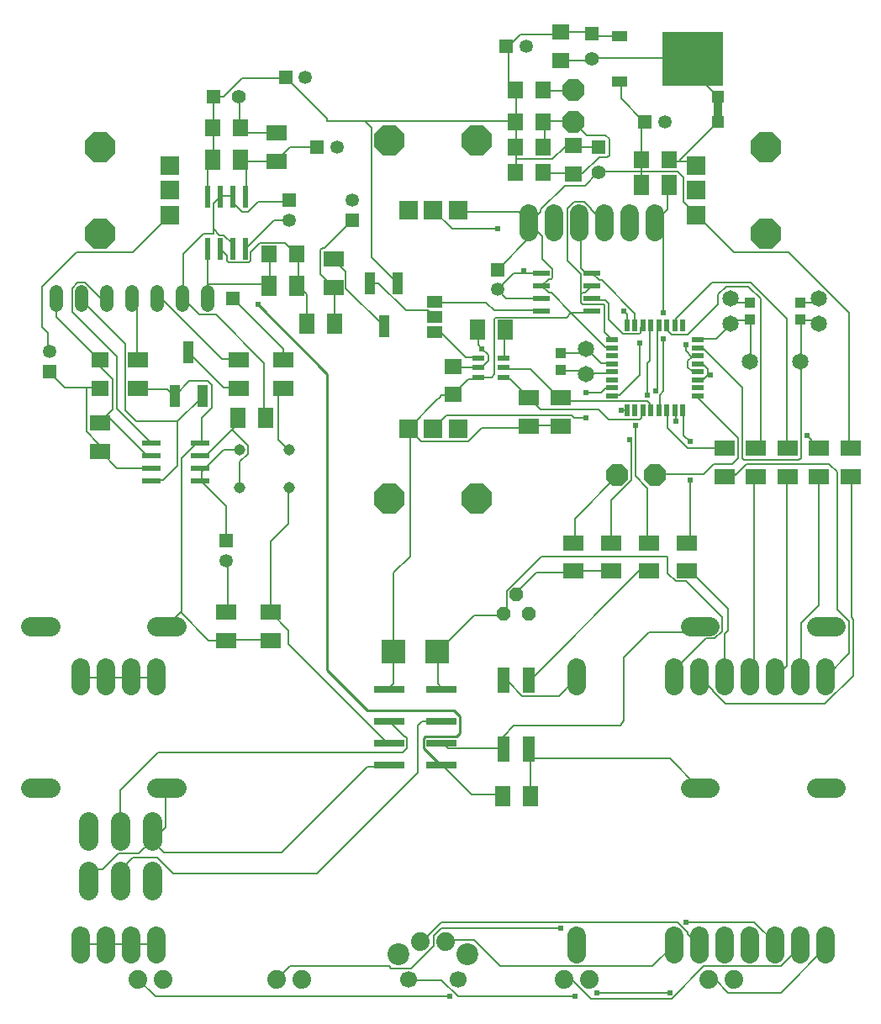
<source format=gbr>
G04 EAGLE Gerber X2 export*
%TF.Part,Single*%
%TF.FileFunction,Copper,L1,Top,Mixed*%
%TF.FilePolarity,Positive*%
%TF.GenerationSoftware,Autodesk,EAGLE,9.2.0*%
%TF.CreationDate,2018-10-30T13:38:44Z*%
G75*
%MOMM*%
%FSLAX34Y34*%
%LPD*%
%INTop Copper*%
%IPPOS*%
%AMOC8*
5,1,8,0,0,1.08239X$1,22.5*%
G01*
%ADD10R,1.350000X1.350000*%
%ADD11C,1.350000*%
%ADD12R,1.000000X1.100000*%
%ADD13C,1.651000*%
%ADD14R,1.800000X1.600000*%
%ADD15C,1.143000*%
%ADD16R,1.600000X1.800000*%
%ADD17C,1.408000*%
%ADD18R,1.408000X1.408000*%
%ADD19R,0.609600X2.209800*%
%ADD20C,1.879600*%
%ADD21R,1.600000X2.000000*%
%ADD22R,2.000000X1.600000*%
%ADD23R,1.066800X2.184400*%
%ADD24R,1.879600X1.879600*%
%ADD25P,3.247170X8X22.500000*%
%ADD26R,1.320800X1.320800*%
%ADD27C,1.320800*%
%ADD28R,1.981200X0.558800*%
%ADD29R,1.270000X0.558800*%
%ADD30R,0.558800X1.270000*%
%ADD31R,1.200000X0.550000*%
%ADD32P,3.247170X8X112.500000*%
%ADD33P,3.247170X8X202.500000*%
%ADD34P,3.247170X8X292.500000*%
%ADD35R,3.100000X0.800000*%
%ADD36R,1.270000X2.540000*%
%ADD37C,1.950000*%
%ADD38R,1.600000X1.000000*%
%ADD39R,6.200000X5.400000*%
%ADD40P,2.336880X8X22.500000*%
%ADD41R,2.400000X2.400000*%
%ADD42R,1.270000X1.270000*%
%ADD43C,0.812800*%
%ADD44C,2.200000*%
%ADD45C,1.700000*%
%ADD46C,1.879600*%
%ADD47P,1.429621X8X22.500000*%
%ADD48R,1.720000X0.600000*%
%ADD49R,1.600200X1.168400*%
%ADD50C,0.203200*%
%ADD51C,0.604800*%
%ADD52C,0.254000*%


D10*
X88900Y637700D03*
D11*
X88900Y657700D03*
D10*
X393700Y790100D03*
D11*
X393700Y810100D03*
D10*
X330200Y810100D03*
D11*
X330200Y790100D03*
D12*
X844550Y707000D03*
X844550Y690000D03*
X793750Y707000D03*
X793750Y690000D03*
D13*
X628650Y635000D03*
X628650Y660400D03*
D10*
X358300Y863600D03*
D11*
X378300Y863600D03*
D14*
X139700Y649000D03*
X139700Y621000D03*
D15*
X329800Y520700D03*
X279800Y520700D03*
D10*
X326550Y933450D03*
D11*
X346550Y933450D03*
D16*
X280700Y882650D03*
X252700Y882650D03*
X309850Y755650D03*
X337850Y755650D03*
D17*
X279400Y914400D03*
D18*
X254000Y914400D03*
D19*
X247650Y761238D03*
X260350Y761238D03*
X273050Y761238D03*
X285750Y761238D03*
X285750Y813562D03*
X273050Y813562D03*
X260350Y813562D03*
X247650Y813562D03*
D20*
X571500Y796798D02*
X571500Y778002D01*
X596900Y778002D02*
X596900Y796798D01*
X622300Y796798D02*
X622300Y778002D01*
X647700Y778002D02*
X647700Y796798D01*
X673100Y796798D02*
X673100Y778002D01*
X698500Y778002D02*
X698500Y796798D01*
D21*
X252700Y850900D03*
X280700Y850900D03*
X309850Y723900D03*
X337850Y723900D03*
X347950Y685800D03*
X375950Y685800D03*
D22*
X374650Y750600D03*
X374650Y722600D03*
D23*
X439450Y726850D03*
X425450Y682850D03*
X411450Y726850D03*
D21*
X712500Y825500D03*
X684500Y825500D03*
D22*
X317500Y877600D03*
X317500Y849600D03*
X177800Y621000D03*
X177800Y649000D03*
D21*
X278100Y590550D03*
X306100Y590550D03*
D22*
X311150Y395000D03*
X311150Y367000D03*
X139700Y557500D03*
X139700Y585500D03*
X323850Y649000D03*
X323850Y621000D03*
X279400Y649000D03*
X279400Y621000D03*
D23*
X214600Y613000D03*
X228600Y657000D03*
X242600Y613000D03*
D24*
X210000Y845000D03*
X210000Y820000D03*
X210000Y795000D03*
D25*
X140000Y864000D03*
X140000Y776000D03*
D26*
X273050Y711200D03*
D27*
X247650Y717804D02*
X247650Y704596D01*
X222250Y704596D02*
X222250Y717804D01*
X196850Y717804D02*
X196850Y704596D01*
X171450Y704596D02*
X171450Y717804D01*
X146050Y717804D02*
X146050Y704596D01*
X120650Y704596D02*
X120650Y717804D01*
X95250Y717804D02*
X95250Y704596D01*
D28*
X240538Y527050D03*
X240538Y539750D03*
X240538Y552450D03*
X240538Y565150D03*
X191262Y565150D03*
X191262Y552450D03*
X191262Y539750D03*
X191262Y527050D03*
D29*
X741426Y613350D03*
X741426Y621350D03*
X741426Y629350D03*
X741426Y637350D03*
X741426Y645350D03*
X741426Y653350D03*
X741426Y661350D03*
X741426Y669350D03*
D30*
X726500Y684276D03*
X718500Y684276D03*
X710500Y684276D03*
X702500Y684276D03*
X694500Y684276D03*
X686500Y684276D03*
X678500Y684276D03*
X670500Y684276D03*
D29*
X655574Y669350D03*
X655574Y661350D03*
X655574Y653350D03*
X655574Y645350D03*
X655574Y637350D03*
X655574Y629350D03*
X655574Y621350D03*
X655574Y613350D03*
D30*
X670500Y598424D03*
X678500Y598424D03*
X686500Y598424D03*
X694500Y598424D03*
X702500Y598424D03*
X710500Y598424D03*
X718500Y598424D03*
X726500Y598424D03*
D13*
X793750Y647700D03*
X844550Y647700D03*
D31*
X546401Y631850D03*
X546401Y641350D03*
X546401Y650850D03*
X520399Y650850D03*
X520399Y631850D03*
X520399Y641350D03*
D14*
X495300Y614650D03*
X495300Y642650D03*
D22*
X571500Y582900D03*
X571500Y610900D03*
X603250Y582900D03*
X603250Y610900D03*
X800100Y532100D03*
X800100Y560100D03*
X831850Y532100D03*
X831850Y560100D03*
X863600Y532100D03*
X863600Y560100D03*
X768350Y532100D03*
X768350Y560100D03*
D24*
X450000Y580000D03*
X475000Y580000D03*
X500000Y580000D03*
D32*
X431000Y510000D03*
X519000Y510000D03*
D24*
X740000Y795000D03*
X740000Y820000D03*
X740000Y845000D03*
D33*
X810000Y776000D03*
X810000Y864000D03*
D24*
X500000Y800000D03*
X475000Y800000D03*
X450000Y800000D03*
D34*
X519000Y870000D03*
X431000Y870000D03*
D22*
X266700Y367000D03*
X266700Y395000D03*
X895350Y532100D03*
X895350Y560100D03*
D35*
X430700Y317400D03*
X430700Y285400D03*
X430700Y263400D03*
X430700Y241400D03*
X483700Y317400D03*
X483700Y285400D03*
X483700Y263400D03*
X483700Y241400D03*
D36*
X571500Y327100D03*
X546100Y327100D03*
X546100Y257100D03*
X571500Y257100D03*
D22*
X615950Y464850D03*
X615950Y436850D03*
X654050Y436850D03*
X654050Y464850D03*
X692150Y436850D03*
X692150Y464850D03*
D37*
X89250Y218850D02*
X69750Y218850D01*
X69750Y381150D02*
X89250Y381150D01*
X196750Y218850D02*
X216250Y218850D01*
X216250Y381150D02*
X196750Y381150D01*
X860950Y381150D02*
X880450Y381150D01*
X880450Y218850D02*
X860950Y218850D01*
X753450Y381150D02*
X733950Y381150D01*
X733950Y218850D02*
X753450Y218850D01*
D16*
X684500Y850900D03*
X712500Y850900D03*
D10*
X688500Y889000D03*
D11*
X708500Y889000D03*
D10*
X548800Y965200D03*
D11*
X568800Y965200D03*
D14*
X603250Y979200D03*
X603250Y951200D03*
D17*
X641350Y838200D03*
D18*
X641350Y863600D03*
D17*
X635000Y952500D03*
D18*
X635000Y977900D03*
D38*
X663200Y975300D03*
X663200Y929700D03*
D39*
X736200Y952500D03*
D10*
X266700Y467200D03*
D11*
X266700Y447200D03*
D21*
X544800Y209550D03*
X572800Y209550D03*
D15*
X329800Y558800D03*
X279800Y558800D03*
D16*
X557500Y889000D03*
X585500Y889000D03*
X557500Y863600D03*
X585500Y863600D03*
X557500Y838200D03*
X585500Y838200D03*
D14*
X615950Y864900D03*
X615950Y836900D03*
D40*
X660400Y533400D03*
X698500Y533400D03*
D20*
X870000Y339398D02*
X870000Y320602D01*
X844600Y320602D02*
X844600Y339398D01*
X819200Y339398D02*
X819200Y320602D01*
X793800Y320602D02*
X793800Y339398D01*
X768400Y339398D02*
X768400Y320602D01*
X743000Y320602D02*
X743000Y339398D01*
X717600Y339398D02*
X717600Y320602D01*
D40*
X615950Y920750D03*
X615950Y889000D03*
D41*
X435200Y355600D03*
X479200Y355600D03*
D42*
X762000Y914400D03*
X762000Y889000D03*
D43*
X762000Y914400D01*
D37*
X128000Y135000D02*
X128000Y115500D01*
X160000Y115500D02*
X160000Y135000D01*
X192000Y135000D02*
X192000Y115500D01*
X192000Y165000D02*
X192000Y184500D01*
X160000Y184500D02*
X160000Y165000D01*
X128000Y165000D02*
X128000Y184500D01*
D44*
X440000Y50400D03*
X510000Y50400D03*
D45*
X450000Y25400D03*
X500000Y25400D03*
D46*
X177800Y25400D03*
X203200Y25400D03*
X317500Y25400D03*
X342900Y25400D03*
X607300Y25400D03*
X632700Y25400D03*
X752300Y25400D03*
X777700Y25400D03*
D20*
X870000Y50602D02*
X870000Y69398D01*
X844600Y69398D02*
X844600Y50602D01*
X819200Y50602D02*
X819200Y69398D01*
X793800Y69398D02*
X793800Y50602D01*
X768400Y50602D02*
X768400Y69398D01*
X743000Y69398D02*
X743000Y50602D01*
X717600Y50602D02*
X717600Y69398D01*
D22*
X730250Y436850D03*
X730250Y464850D03*
D20*
X120000Y339398D02*
X120000Y320602D01*
X145400Y320602D02*
X145400Y339398D01*
X170800Y339398D02*
X170800Y320602D01*
X196200Y320602D02*
X196200Y339398D01*
X120000Y69398D02*
X120000Y50602D01*
X145400Y50602D02*
X145400Y69398D01*
X170800Y69398D02*
X170800Y50602D01*
X196200Y50602D02*
X196200Y69398D01*
D46*
X462300Y63500D03*
X487700Y63500D03*
D20*
X620000Y69398D02*
X620000Y50602D01*
X620000Y320602D02*
X620000Y339398D01*
D16*
X585500Y920750D03*
X557500Y920750D03*
D47*
X571500Y393700D03*
X558800Y412750D03*
X546100Y393700D03*
D13*
X774700Y711200D03*
X774700Y685800D03*
X863600Y711200D03*
X863600Y685800D03*
D21*
X547400Y679450D03*
X519400Y679450D03*
D12*
X603250Y639200D03*
X603250Y656200D03*
D48*
X635000Y698500D03*
X635000Y711200D03*
X635000Y723900D03*
X635000Y736600D03*
X584200Y736600D03*
X584200Y723900D03*
X584200Y711200D03*
X584200Y698500D03*
D10*
X539750Y740250D03*
D11*
X539750Y720250D03*
D49*
X476250Y676910D03*
X476250Y692150D03*
X476250Y707390D03*
D50*
X286512Y849376D02*
X282448Y849376D01*
X286512Y849376D02*
X316992Y849376D01*
X317500Y849600D01*
X282448Y849376D02*
X280700Y850900D01*
X286512Y849376D02*
X286512Y814832D01*
X285750Y813562D01*
X286512Y849376D02*
X280700Y850900D01*
X331216Y863600D02*
X357632Y863600D01*
X331216Y863600D02*
X319024Y851408D01*
X357632Y863600D02*
X358300Y863600D01*
X319024Y851408D02*
X317500Y849600D01*
X203200Y528320D02*
X193040Y528320D01*
X203200Y528320D02*
X217424Y542544D01*
X217424Y587248D01*
X241808Y611632D01*
X193040Y528320D02*
X191262Y527050D01*
X241808Y611632D02*
X242600Y613000D01*
X164592Y665226D02*
X120650Y709168D01*
X120650Y711200D01*
X164592Y665226D02*
X164592Y598932D01*
X176276Y587248D01*
X217424Y587248D01*
X638048Y975360D02*
X662432Y975360D01*
X638048Y975360D02*
X636016Y977392D01*
X662432Y975360D02*
X663200Y975300D01*
X636016Y977392D02*
X635000Y977900D01*
X633984Y979424D02*
X603504Y979424D01*
X603250Y979200D01*
X633984Y979424D02*
X635000Y977900D01*
X640080Y863600D02*
X617728Y863600D01*
X615950Y864900D01*
X640080Y863600D02*
X641350Y863600D01*
X558800Y863600D02*
X558800Y851408D01*
X558800Y839216D01*
X557500Y838200D01*
X557500Y863600D02*
X558800Y863600D01*
X558800Y887984D01*
X557500Y889000D01*
X557500Y863600D02*
X558800Y863600D01*
X558800Y890016D02*
X558800Y920496D01*
X557500Y920750D01*
X558800Y890016D02*
X557500Y889000D01*
X550672Y928624D02*
X550672Y965200D01*
X550672Y928624D02*
X556768Y922528D01*
X550672Y965200D02*
X548800Y965200D01*
X556768Y922528D02*
X557500Y920750D01*
X607568Y863600D02*
X615696Y863600D01*
X607568Y863600D02*
X595376Y851408D01*
X558800Y851408D01*
X615696Y863600D02*
X615950Y864900D01*
X601472Y977392D02*
X562864Y977392D01*
X550672Y965200D01*
X601472Y977392D02*
X603250Y979200D01*
X550672Y965200D02*
X548800Y965200D01*
X254000Y914400D02*
X254000Y883920D01*
X252700Y882650D01*
X254000Y881888D02*
X254000Y851408D01*
X252700Y850900D01*
X254000Y881888D02*
X252700Y882650D01*
X247904Y845312D02*
X247904Y814832D01*
X247904Y845312D02*
X251968Y849376D01*
X247904Y814832D02*
X247650Y813562D01*
X251968Y849376D02*
X252700Y850900D01*
X367792Y890016D02*
X367792Y892048D01*
X327152Y932688D01*
X326550Y933450D01*
X264160Y914400D02*
X254000Y914400D01*
X264160Y914400D02*
X282448Y932688D01*
X325120Y932688D01*
X326550Y933450D01*
X367792Y890016D02*
X406400Y890016D01*
X556768Y890016D01*
X557500Y889000D01*
X413460Y882956D02*
X406400Y890016D01*
X413460Y752840D02*
X439450Y726850D01*
X413460Y752840D02*
X413460Y882956D01*
X245872Y552704D02*
X241808Y552704D01*
X272288Y579120D02*
X276352Y583184D01*
X272288Y579120D02*
X245872Y552704D01*
X276352Y583184D02*
X276352Y589280D01*
X241808Y552704D02*
X240538Y552450D01*
X276352Y589280D02*
X278100Y590550D01*
X280416Y546608D02*
X280416Y522224D01*
X280416Y546608D02*
X288544Y554736D01*
X288544Y562864D01*
X272288Y579120D01*
X280416Y522224D02*
X279800Y520700D01*
X241808Y536448D02*
X241808Y538480D01*
X241808Y536448D02*
X241808Y528320D01*
X240538Y527050D01*
X241808Y538480D02*
X240538Y539750D01*
X264160Y558800D02*
X278384Y558800D01*
X264160Y558800D02*
X241808Y536448D01*
X278384Y558800D02*
X279800Y558800D01*
X266192Y501904D02*
X266192Y467360D01*
X266192Y501904D02*
X241808Y526288D01*
X266192Y467360D02*
X266700Y467200D01*
X241808Y526288D02*
X240538Y527050D01*
X319024Y568960D02*
X319024Y617073D01*
X319024Y568960D02*
X329184Y558800D01*
X319024Y617073D02*
X323850Y621000D01*
X329184Y558800D02*
X329800Y558800D01*
X323850Y649000D02*
X323850Y660400D01*
X273050Y711200D01*
X278384Y650240D02*
X262128Y650240D01*
X201168Y711200D01*
X197104Y711200D01*
X278384Y650240D02*
X279400Y649000D01*
X197104Y711200D02*
X196850Y711200D01*
X264160Y621792D02*
X278384Y621792D01*
X264160Y621792D02*
X229616Y656336D01*
X278384Y621792D02*
X279400Y621000D01*
X229616Y656336D02*
X228600Y657000D01*
X339344Y725424D02*
X339344Y753872D01*
X337850Y755650D01*
X339344Y725424D02*
X337850Y723900D01*
X347472Y715264D02*
X347472Y686816D01*
X347472Y715264D02*
X339344Y723392D01*
X347472Y686816D02*
X347950Y685800D01*
X339344Y723392D02*
X337850Y723900D01*
X291338Y749137D02*
X289850Y747649D01*
X291338Y749137D02*
X291338Y757730D01*
X300798Y767190D01*
X326026Y767190D01*
X339344Y753872D01*
X268950Y747649D02*
X267462Y749137D01*
X267462Y754126D01*
X260350Y761238D01*
X268950Y747649D02*
X289850Y747649D01*
X375920Y721360D02*
X375920Y686816D01*
X375920Y721360D02*
X374650Y722600D01*
X375920Y686816D02*
X375950Y685800D01*
X365760Y762000D02*
X392176Y788416D01*
X365760Y762000D02*
X363728Y762000D01*
X361696Y759968D01*
X361696Y735584D01*
X373888Y723392D01*
X392176Y788416D02*
X393700Y790100D01*
X373888Y723392D02*
X374650Y722600D01*
X176784Y707136D02*
X176784Y650240D01*
X176784Y707136D02*
X172720Y711200D01*
X176784Y650240D02*
X177800Y649000D01*
X172720Y711200D02*
X171450Y711200D01*
X140208Y648208D02*
X140208Y642112D01*
X152400Y629920D01*
X152400Y599440D01*
X146304Y593344D02*
X140208Y587248D01*
X146304Y593344D02*
X152400Y599440D01*
X140208Y648208D02*
X139700Y649000D01*
X140208Y587248D02*
X139700Y585500D01*
X186944Y552704D02*
X191008Y552704D01*
X186944Y552704D02*
X146304Y593344D01*
X191008Y552704D02*
X191262Y552450D01*
X146304Y593344D02*
X139700Y585500D01*
X95504Y692912D02*
X95504Y711200D01*
X95504Y692912D02*
X138176Y650240D01*
X95504Y711200D02*
X95250Y711200D01*
X138176Y650240D02*
X139700Y649000D01*
X156464Y540512D02*
X191008Y540512D01*
X156464Y540512D02*
X140208Y556768D01*
X191008Y540512D02*
X191262Y539750D01*
X140208Y556768D02*
X139700Y557500D01*
X125984Y621792D02*
X103632Y621792D01*
X125984Y621792D02*
X138176Y621792D01*
X103632Y621792D02*
X89408Y636016D01*
X138176Y621792D02*
X139700Y621000D01*
X89408Y636016D02*
X88900Y637700D01*
X138176Y564896D02*
X138176Y558800D01*
X138176Y564896D02*
X125984Y577088D01*
X125984Y621792D01*
X138176Y558800D02*
X139700Y557500D01*
X387190Y721110D02*
X425450Y682850D01*
X387190Y721110D02*
X387190Y738060D01*
X374650Y750600D01*
X469392Y699008D02*
X476250Y692150D01*
X419602Y726850D02*
X411450Y726850D01*
X447444Y699008D02*
X469392Y699008D01*
X447444Y699008D02*
X419602Y726850D01*
X778256Y688848D02*
X792480Y688848D01*
X778256Y688848D02*
X776224Y686816D01*
X792480Y688848D02*
X793750Y690000D01*
X776224Y686816D02*
X774700Y685800D01*
X759968Y670560D02*
X741680Y670560D01*
X759968Y670560D02*
X774192Y684784D01*
X741680Y670560D02*
X741426Y669350D01*
X774192Y684784D02*
X774700Y685800D01*
X794512Y688848D02*
X794512Y648208D01*
X793750Y647700D01*
X794512Y688848D02*
X793750Y690000D01*
X845312Y688848D02*
X861568Y688848D01*
X863600Y686816D01*
X845312Y688848D02*
X844550Y690000D01*
X863600Y686816D02*
X863600Y685800D01*
X747776Y660400D02*
X741680Y660400D01*
X747776Y660400D02*
X786384Y621792D01*
X786384Y550672D01*
X788416Y548640D01*
X843280Y548640D01*
X845312Y550672D01*
X845312Y646176D01*
X741680Y660400D02*
X741426Y661350D01*
X844550Y647700D02*
X845312Y646176D01*
X845312Y648208D02*
X845312Y688848D01*
X844550Y690000D01*
X845312Y648208D02*
X844550Y647700D01*
X623824Y656336D02*
X603504Y656336D01*
X623824Y656336D02*
X627888Y660400D01*
X603504Y656336D02*
X603250Y656200D01*
X627888Y660400D02*
X628650Y660400D01*
X644144Y646176D02*
X654304Y646176D01*
X644144Y646176D02*
X629920Y660400D01*
X654304Y646176D02*
X655574Y645350D01*
X629920Y660400D02*
X628650Y660400D01*
X647700Y677224D02*
X655574Y669350D01*
X647700Y677224D02*
X647700Y704850D01*
X646890Y705660D01*
X625348Y705660D01*
X623860Y707148D01*
X623860Y715252D01*
X625348Y716740D01*
X627840Y716740D01*
X635000Y723900D01*
X623860Y715252D02*
X623860Y735897D01*
X610362Y749395D01*
X610362Y801743D02*
X617355Y808736D01*
X627245Y808736D01*
X634238Y801743D01*
X634238Y800862D01*
X647700Y787400D01*
X610362Y801743D02*
X610362Y749395D01*
D51*
X666750Y698500D03*
D50*
X670500Y694750D02*
X670500Y684276D01*
X670500Y694750D02*
X666750Y698500D01*
X633984Y735584D02*
X629920Y735584D01*
X633984Y735584D02*
X635000Y736600D01*
X623824Y741680D02*
X623824Y786384D01*
X623824Y741680D02*
X629920Y735584D01*
X623824Y786384D02*
X622300Y787400D01*
X635000Y736600D02*
X629920Y735584D01*
X635000Y736600D02*
X642160Y729440D01*
X644652Y729440D01*
X678500Y695592D01*
X678500Y684276D01*
X703072Y613664D02*
X703072Y599440D01*
X703072Y613664D02*
X707136Y617728D01*
X707136Y670560D01*
X707136Y696976D02*
X707136Y778256D01*
X699008Y786384D01*
X703072Y599440D02*
X702500Y598424D01*
X699008Y786384D02*
X698500Y787400D01*
X711200Y800608D02*
X711200Y824992D01*
X711200Y800608D02*
X699008Y788416D01*
X711200Y824992D02*
X712500Y825500D01*
X699008Y788416D02*
X698500Y787400D01*
D51*
X707136Y670560D03*
X707136Y696976D03*
D50*
X552704Y629920D02*
X546608Y629920D01*
X552704Y629920D02*
X570992Y611632D01*
X546608Y629920D02*
X546401Y631850D01*
X570992Y611632D02*
X571500Y610900D01*
X684784Y597408D02*
X684784Y591312D01*
X682752Y589280D01*
X651510Y589280D01*
X641350Y599440D01*
X583184Y599440D01*
X573024Y609600D01*
X684784Y597408D02*
X686500Y598424D01*
X573024Y609600D02*
X571500Y610900D01*
X573024Y640080D02*
X546608Y640080D01*
X573024Y640080D02*
X601472Y611632D01*
X546608Y640080D02*
X546401Y641350D01*
X601472Y611632D02*
X603250Y610900D01*
X692912Y605536D02*
X692912Y599440D01*
X692912Y605536D02*
X690880Y607568D01*
X605536Y607568D01*
X603504Y609600D01*
X692912Y599440D02*
X694500Y598424D01*
X603504Y609600D02*
X603250Y610900D01*
X711200Y597408D02*
X711200Y581152D01*
X731520Y560832D01*
X768096Y560832D01*
X711200Y597408D02*
X710500Y598424D01*
X768096Y560832D02*
X768350Y560100D01*
X719328Y587248D02*
X719328Y597408D01*
X851408Y573024D02*
X863600Y560832D01*
X719328Y597408D02*
X718500Y598424D01*
X863600Y560832D02*
X863600Y560100D01*
D51*
X719328Y587248D03*
X851408Y573024D03*
D50*
X719328Y684784D02*
X718500Y684276D01*
X831088Y560832D02*
X831850Y560100D01*
X719328Y684784D02*
X719328Y690880D01*
X755904Y727456D01*
X794512Y727456D01*
X831088Y690880D01*
X831088Y560832D01*
X719328Y684784D02*
X718500Y684276D01*
X831088Y560832D02*
X831850Y560100D01*
X711200Y682752D02*
X710500Y684276D01*
X711200Y682752D02*
X711200Y678688D01*
X715264Y674624D01*
X731520Y674624D01*
X762000Y705104D01*
X762000Y715264D01*
X770128Y723392D01*
X792480Y723392D01*
X804672Y711200D01*
X711200Y682752D02*
X710500Y684276D01*
X804672Y711200D02*
X804672Y564672D01*
X800100Y560100D01*
X628650Y590550D02*
X617192Y590550D01*
X614302Y593440D01*
X488440Y593440D01*
X475000Y580000D01*
X649224Y621350D02*
X655574Y621350D01*
X649224Y621350D02*
X643824Y615950D01*
X628650Y615950D01*
D51*
X628650Y615950D03*
X628650Y590550D03*
D50*
X656336Y613664D02*
X662432Y613664D01*
X683260Y634492D01*
X683260Y666242D01*
X656336Y613664D02*
X655574Y613350D01*
D51*
X683260Y666242D03*
D50*
X493950Y781050D02*
X475000Y800000D01*
X493950Y781050D02*
X539750Y781050D01*
D51*
X539750Y781050D03*
X664150Y598424D03*
D50*
X670500Y598424D01*
X434848Y355600D02*
X434848Y323088D01*
X430784Y319024D01*
X434848Y355600D02*
X435200Y355600D01*
X430784Y319024D02*
X430700Y317400D01*
X573024Y583184D02*
X601472Y583184D01*
X573024Y583184D02*
X571500Y582900D01*
X601472Y583184D02*
X603250Y582900D01*
X520192Y629920D02*
X510032Y629920D01*
X495808Y615696D01*
X520192Y629920D02*
X520399Y631850D01*
X495808Y615696D02*
X495300Y614650D01*
X493776Y613664D02*
X483616Y613664D01*
X478409Y608457D02*
X451104Y581152D01*
X478409Y608457D02*
X481584Y611632D01*
X483616Y613664D01*
X493776Y613664D02*
X495300Y614650D01*
X451104Y581152D02*
X450000Y580000D01*
X524256Y581152D02*
X570992Y581152D01*
X524256Y581152D02*
X510032Y566928D01*
X463296Y566928D01*
X451612Y578612D02*
X451104Y579120D01*
X451612Y578612D02*
X463296Y566928D01*
X570992Y581152D02*
X571500Y582900D01*
X451104Y579120D02*
X450000Y580000D01*
X434848Y434848D02*
X434848Y355600D01*
X435200Y355600D01*
X648208Y662432D02*
X654304Y662432D01*
X648208Y662432D02*
X614045Y696595D01*
X654304Y662432D02*
X655574Y661350D01*
X560832Y798576D02*
X501904Y798576D01*
X560832Y798576D02*
X570992Y788416D01*
X501904Y798576D02*
X500000Y800000D01*
X570992Y788416D02*
X571500Y787400D01*
X684784Y827024D02*
X684784Y839216D01*
X684784Y849376D01*
X684500Y850900D01*
X684784Y827024D02*
X684500Y825500D01*
X664464Y912368D02*
X664464Y928624D01*
X664464Y912368D02*
X686816Y890016D01*
X664464Y928624D02*
X663200Y929700D01*
X686816Y890016D02*
X688500Y889000D01*
X684784Y885952D02*
X684784Y851408D01*
X684784Y885952D02*
X686816Y887984D01*
X684784Y851408D02*
X684500Y850900D01*
X686816Y887984D02*
X688500Y889000D01*
X684784Y839216D02*
X642112Y839216D01*
X641350Y838200D01*
X735584Y638048D02*
X739648Y638048D01*
X735584Y638048D02*
X731520Y642112D01*
X731520Y648208D01*
X735584Y652272D01*
X739648Y652272D01*
X739648Y638048D02*
X741426Y637350D01*
X739648Y652272D02*
X741426Y653350D01*
X735584Y652272D02*
X729488Y658368D01*
X729488Y664464D01*
X735584Y652272D02*
X741426Y653350D01*
X894080Y696976D02*
X894080Y560832D01*
X894080Y696976D02*
X833120Y757936D01*
X778256Y757936D01*
X741680Y794512D01*
X894080Y560832D02*
X895350Y560100D01*
X741680Y794512D02*
X740000Y795000D01*
X721360Y839216D02*
X684784Y839216D01*
X721360Y839216D02*
X727456Y833120D01*
X727456Y808736D01*
X739648Y796544D01*
X740000Y795000D01*
X583184Y798576D02*
X573024Y788416D01*
X583184Y798576D02*
X583184Y800608D01*
X607568Y824992D01*
X627888Y824992D01*
X640080Y837184D01*
X573024Y788416D02*
X571500Y787400D01*
X640080Y837184D02*
X641350Y838200D01*
D51*
X729488Y664464D03*
D50*
X451612Y451612D02*
X434848Y434848D01*
X451612Y451612D02*
X451612Y578612D01*
X536860Y690502D02*
X538348Y691990D01*
X534059Y631850D02*
X520399Y631850D01*
X609440Y691990D02*
X614045Y696595D01*
X609440Y691990D02*
X538348Y691990D01*
X536860Y634651D02*
X534059Y631850D01*
X536860Y634651D02*
X536860Y690502D01*
X584200Y723900D02*
X591360Y731060D01*
X593852Y731060D01*
X584200Y723900D02*
X591360Y716740D01*
X593852Y716740D01*
X613997Y696595D02*
X614045Y696595D01*
X613997Y696595D02*
X593852Y716740D01*
X539750Y740250D02*
X573024Y773524D01*
X573024Y788416D01*
X571500Y787400D02*
X584962Y773938D01*
X595340Y740652D02*
X595340Y732548D01*
X593852Y731060D01*
X584962Y751030D02*
X584962Y773938D01*
X584962Y751030D02*
X595340Y740652D01*
X613997Y696595D02*
X633095Y696595D01*
X635000Y698500D01*
X701040Y682752D02*
X701040Y619760D01*
X699008Y617728D01*
X701040Y682752D02*
X702500Y684276D01*
D51*
X699008Y617728D03*
D50*
X654304Y508000D02*
X654304Y465328D01*
X654304Y508000D02*
X674624Y528320D01*
X674624Y566928D01*
X672592Y568960D01*
X654304Y465328D02*
X654050Y464850D01*
D51*
X672592Y568960D03*
D50*
X692912Y648208D02*
X692912Y682752D01*
X692912Y648208D02*
X690880Y646176D01*
X690880Y613664D01*
X692912Y682752D02*
X694500Y684276D01*
D51*
X690880Y613664D03*
D50*
X690880Y520192D02*
X690880Y465328D01*
X690880Y520192D02*
X678688Y532384D01*
X678688Y583184D01*
X690880Y465328D02*
X692150Y464850D01*
D51*
X678688Y583184D03*
D50*
X730250Y436850D02*
X734344Y436850D01*
X768400Y372972D02*
X768400Y330000D01*
X768400Y372972D02*
X772414Y376986D01*
X772414Y398780D01*
X734344Y436850D01*
X730250Y436850D01*
X782320Y570992D02*
X741680Y611632D01*
X782320Y570992D02*
X782320Y550672D01*
X776224Y544576D01*
X741680Y611632D02*
X741426Y613350D01*
X747776Y534416D02*
X699008Y534416D01*
X747776Y534416D02*
X757936Y544576D01*
X776224Y544576D01*
X699008Y534416D02*
X698500Y533400D01*
X329800Y520700D02*
X329184Y520192D01*
X329184Y484124D01*
X311150Y395000D02*
X329184Y376966D01*
X329184Y363474D01*
X429258Y263400D01*
X430700Y263400D01*
X311150Y395000D02*
X311150Y466090D01*
X329184Y484124D01*
X514096Y211328D02*
X544576Y211328D01*
X514096Y211328D02*
X485648Y239776D01*
D51*
X298450Y704850D03*
D52*
X408432Y296418D02*
X496133Y296418D01*
X408432Y296418D02*
X368300Y336550D01*
X368300Y603250D01*
X368300Y635000D02*
X298450Y704850D01*
X368300Y635000D02*
X368300Y603250D01*
X467043Y270194D02*
X465406Y268557D01*
X465406Y258243D01*
X467043Y256606D01*
X467394Y256606D01*
X482600Y241400D01*
X467043Y270194D02*
X498794Y270194D01*
X501994Y290557D02*
X496133Y296418D01*
X501994Y290557D02*
X501994Y273394D01*
X498794Y270194D01*
D50*
X544576Y209774D02*
X544800Y209550D01*
X544576Y209774D02*
X544576Y211328D01*
X483700Y241400D02*
X482600Y241400D01*
X483700Y241400D02*
X485324Y239776D01*
X485648Y239776D01*
X896112Y390144D02*
X896112Y530352D01*
X896112Y390144D02*
X898144Y388112D01*
X898144Y331216D01*
X869696Y302768D01*
X896112Y530352D02*
X895350Y532100D01*
X743000Y330000D02*
X756462Y316538D01*
X756462Y315657D01*
X769351Y302768D01*
X869696Y302768D01*
X479552Y323088D02*
X479552Y355600D01*
X479552Y323088D02*
X483616Y319024D01*
X479552Y355600D02*
X479200Y355600D01*
X483616Y319024D02*
X483700Y317400D01*
X479552Y355600D02*
X479200Y355600D01*
X516128Y392176D02*
X544576Y392176D01*
X516128Y392176D02*
X479552Y355600D01*
X544576Y392176D02*
X546100Y393700D01*
X479552Y355600D02*
X479200Y355600D01*
X549656Y397256D02*
X549656Y416538D01*
X583968Y450850D01*
X711200Y450850D01*
X719198Y426310D02*
X729390Y426310D01*
X711200Y434308D02*
X711200Y450850D01*
X711200Y434308D02*
X719198Y426310D01*
X717600Y336600D02*
X717600Y330000D01*
X758541Y368860D02*
X765740Y376059D01*
X758541Y368860D02*
X749860Y368860D01*
X717600Y336600D01*
X765740Y389960D02*
X729390Y426310D01*
X765740Y389960D02*
X765740Y376059D01*
X549656Y397256D02*
X546100Y393700D01*
X617728Y436880D02*
X652272Y436880D01*
X617728Y436880D02*
X615950Y436850D01*
X652272Y436880D02*
X654050Y436850D01*
X615696Y434848D02*
X579120Y434848D01*
X558800Y414528D01*
X615696Y434848D02*
X615950Y436850D01*
X558800Y414528D02*
X558800Y412750D01*
X571500Y327100D02*
X573024Y327152D01*
X571500Y327100D01*
X682722Y436850D02*
X692150Y436850D01*
X682722Y436850D02*
X573024Y327152D01*
X428752Y239776D02*
X412496Y239776D01*
X204216Y153416D02*
X193040Y164592D01*
X428752Y239776D02*
X430700Y241400D01*
X193040Y164592D02*
X192000Y165000D01*
X142240Y136144D02*
X128016Y136144D01*
X142240Y136144D02*
X158496Y152400D01*
X178816Y152400D01*
X191008Y164592D01*
X128016Y136144D02*
X128000Y135000D01*
X191008Y164592D02*
X192000Y165000D01*
X205232Y178816D02*
X205232Y217424D01*
X205232Y178816D02*
X193040Y166624D01*
X205232Y217424D02*
X206500Y218850D01*
X193040Y166624D02*
X192000Y165000D01*
X204216Y153416D02*
X322834Y153416D01*
X409194Y239776D02*
X412496Y239776D01*
X409194Y239776D02*
X322834Y153416D01*
X358140Y132080D02*
X459486Y233426D01*
X358140Y132080D02*
X213360Y132080D01*
X197104Y148336D01*
X172720Y148336D01*
X160528Y136144D01*
X160000Y135000D01*
X459486Y233426D02*
X459486Y280830D01*
X464056Y285400D01*
X483700Y285400D01*
X268224Y396240D02*
X268224Y447040D01*
X268224Y396240D02*
X266700Y395000D01*
X268224Y447040D02*
X266700Y447200D01*
X160000Y215900D02*
X160000Y165000D01*
X447252Y269940D02*
X448740Y268452D01*
X448740Y258348D01*
X446160Y269940D02*
X430700Y285400D01*
X446160Y269940D02*
X447252Y269940D01*
X448740Y258348D02*
X444392Y254000D01*
X198100Y254000D02*
X160000Y215900D01*
X198100Y254000D02*
X444392Y254000D01*
X489712Y258064D02*
X544576Y258064D01*
X489712Y258064D02*
X485648Y262128D01*
X544576Y258064D02*
X546100Y257100D01*
X485648Y262128D02*
X483700Y263400D01*
X741426Y379984D02*
X741680Y379984D01*
X741426Y379984D02*
X736092Y374650D01*
X692150Y374650D01*
X666750Y349250D01*
X666750Y285750D01*
X663339Y280670D01*
X556514Y280670D01*
X546100Y270256D01*
X546100Y257100D01*
X741680Y379984D02*
X743700Y381150D01*
X241808Y566928D02*
X241808Y591312D01*
X251968Y601472D01*
X251968Y603504D02*
X251968Y623824D01*
X251968Y603504D02*
X251968Y601472D01*
X251968Y623824D02*
X247904Y627888D01*
X229616Y627888D01*
X215392Y613664D01*
X241808Y566928D02*
X240538Y565150D01*
X214600Y613000D02*
X215392Y613664D01*
X207264Y619760D02*
X178816Y619760D01*
X207264Y619760D02*
X213360Y613664D01*
X178816Y619760D02*
X177800Y621000D01*
X213360Y613664D02*
X214600Y613000D01*
X573024Y256032D02*
X573024Y247904D01*
X573024Y211328D01*
X572800Y209550D01*
X573024Y256032D02*
X571500Y257100D01*
X520192Y642112D02*
X495808Y642112D01*
X520192Y642112D02*
X520399Y641350D01*
X495808Y642112D02*
X495300Y642650D01*
X520192Y664464D02*
X520192Y678688D01*
X524256Y660400D02*
X530352Y654304D01*
X524256Y660400D02*
X520192Y664464D01*
X530352Y654304D02*
X530352Y648208D01*
X522224Y640080D01*
X520192Y678688D02*
X519400Y679450D01*
X520399Y641350D02*
X522224Y640080D01*
X587248Y837184D02*
X615696Y837184D01*
X587248Y837184D02*
X585500Y838200D01*
X615696Y837184D02*
X615950Y836900D01*
X587248Y863600D02*
X587248Y887984D01*
X587248Y863600D02*
X585500Y863600D01*
X587248Y887984D02*
X585500Y889000D01*
X584200Y711200D02*
X583184Y711200D01*
X280416Y883920D02*
X280416Y914400D01*
X280416Y883920D02*
X280700Y882650D01*
X280416Y914400D02*
X279400Y914400D01*
X603504Y950976D02*
X633984Y950976D01*
X603504Y950976D02*
X603250Y951200D01*
X633984Y950976D02*
X635000Y952500D01*
X268224Y367792D02*
X266700Y367000D01*
X286512Y877824D02*
X316992Y877824D01*
X286512Y877824D02*
X282448Y881888D01*
X316992Y877824D02*
X317500Y877600D01*
X282448Y881888D02*
X280700Y882650D01*
X286512Y762000D02*
X285750Y761238D01*
X587248Y890016D02*
X615696Y890016D01*
X587248Y890016D02*
X585500Y889000D01*
X615696Y890016D02*
X615950Y889000D01*
X617728Y837184D02*
X625856Y837184D01*
X642112Y853440D01*
X650240Y853440D01*
X652272Y855472D01*
X652272Y871728D01*
X648208Y875792D01*
X629920Y875792D01*
X617728Y887984D01*
X617728Y837184D02*
X615950Y836900D01*
X617728Y887984D02*
X615950Y889000D01*
X493776Y644144D02*
X495300Y642650D01*
X573024Y247904D02*
X713232Y247904D01*
X741680Y219456D01*
X573024Y247904D02*
X571500Y257100D01*
X741680Y219456D02*
X743700Y218850D01*
X735584Y953008D02*
X636016Y953008D01*
X735584Y953008D02*
X736200Y952500D01*
X636016Y953008D02*
X635000Y952500D01*
X239776Y564896D02*
X235712Y564896D01*
X221488Y550672D01*
X221488Y396240D01*
X220599Y395351D02*
X207264Y382016D01*
X220599Y395351D02*
X221488Y396240D01*
X239776Y564896D02*
X240538Y565150D01*
X207264Y382016D02*
X206500Y381150D01*
D51*
X566166Y739394D03*
D50*
X266700Y367000D02*
X248950Y367000D01*
X220599Y395351D01*
X302200Y367000D02*
X311150Y367000D01*
X310358Y367792D01*
X268224Y367792D01*
X285750Y761238D02*
X314612Y790100D01*
X330200Y790100D01*
X735584Y940816D02*
X762000Y914400D01*
X735584Y940816D02*
X735584Y953008D01*
D51*
X524256Y660400D03*
D50*
X556100Y736600D02*
X584200Y736600D01*
X556100Y736600D02*
X539750Y720250D01*
X548800Y711200D02*
X584200Y711200D01*
X548800Y711200D02*
X539750Y720250D01*
X741680Y629920D02*
X747776Y629920D01*
X751840Y633984D01*
X751840Y640080D01*
X747776Y644144D01*
X741680Y644144D01*
X741680Y629920D02*
X741426Y629350D01*
X741680Y644144D02*
X741426Y645350D01*
X625856Y638048D02*
X603504Y638048D01*
X625856Y638048D02*
X627888Y636016D01*
X603504Y638048D02*
X603250Y639200D01*
X627888Y636016D02*
X628650Y635000D01*
X780288Y707136D02*
X792480Y707136D01*
X780288Y707136D02*
X776224Y711200D01*
X792480Y707136D02*
X793750Y707000D01*
X776224Y711200D02*
X774700Y711200D01*
X845312Y707136D02*
X859536Y707136D01*
X863600Y711200D01*
X845312Y707136D02*
X844550Y707000D01*
X654304Y636016D02*
X629920Y636016D01*
X654304Y636016D02*
X655574Y637350D01*
X629920Y636016D02*
X628650Y635000D01*
X723900Y849376D02*
X735584Y849376D01*
X723900Y849376D02*
X713232Y849376D01*
X735584Y849376D02*
X739648Y845312D01*
X713232Y849376D02*
X712500Y850900D01*
X739648Y845312D02*
X740000Y845000D01*
X751840Y633984D02*
X753872Y633984D01*
X617474Y466090D02*
X615950Y464850D01*
X550672Y325120D02*
X546608Y325120D01*
X550672Y325120D02*
X564896Y310896D01*
X601472Y310896D01*
X619760Y329184D01*
X546608Y325120D02*
X546100Y327100D01*
X619760Y329184D02*
X620000Y330000D01*
D51*
X753872Y633984D03*
D50*
X723900Y850900D02*
X762000Y889000D01*
X723900Y850900D02*
X723900Y849376D01*
X617728Y489712D02*
X617728Y465328D01*
X617728Y489712D02*
X660400Y532384D01*
X617728Y465328D02*
X615950Y464850D01*
X660400Y532384D02*
X660400Y533400D01*
X272288Y814832D02*
X262128Y814832D01*
X260350Y813562D01*
X272288Y814832D02*
X273050Y813562D01*
X272288Y759968D02*
X272288Y753872D01*
X254000Y781050D02*
X254000Y806704D01*
X254000Y781050D02*
X254000Y776224D01*
X254000Y806704D02*
X260096Y812800D01*
X273050Y761238D02*
X272288Y759968D01*
X260096Y812800D02*
X260350Y813562D01*
X298704Y808736D02*
X329184Y808736D01*
X298704Y808736D02*
X288544Y798576D01*
X282448Y798576D01*
X274320Y806704D01*
X274320Y812800D01*
X329184Y808736D02*
X330200Y810100D01*
X274320Y812800D02*
X273050Y813562D01*
X304800Y646176D02*
X304800Y591312D01*
X304800Y646176D02*
X256032Y694944D01*
X239776Y694944D01*
X223520Y711200D01*
X304800Y591312D02*
X306100Y590550D01*
X223520Y711200D02*
X222250Y711200D01*
X243840Y776224D02*
X254000Y776224D01*
X243840Y776224D02*
X223520Y755904D01*
X223520Y711200D01*
X222250Y711200D01*
X124438Y726948D02*
X116862Y726948D01*
X111506Y721592D01*
X156464Y599948D02*
X191262Y565150D01*
X140186Y711200D02*
X124438Y726948D01*
X111506Y721592D02*
X111506Y697786D01*
X156464Y652828D01*
X156464Y599948D01*
X146050Y711200D02*
X140186Y711200D01*
X254000Y781050D02*
X260223Y774827D01*
X264450Y774827D01*
X273050Y766227D01*
X273050Y761238D01*
X794512Y331216D02*
X798576Y335280D01*
X794512Y331216D02*
X793800Y330000D01*
X798576Y530576D02*
X800100Y532100D01*
X798576Y530576D02*
X798576Y335280D01*
X831088Y341376D02*
X831088Y530352D01*
X831088Y341376D02*
X820928Y331216D01*
X831088Y530352D02*
X831850Y532100D01*
X820928Y331216D02*
X819200Y330000D01*
X845312Y384048D02*
X863600Y402336D01*
X863600Y532100D01*
X845312Y330712D02*
X844600Y330000D01*
X845312Y330712D02*
X845312Y384048D01*
X780161Y534289D02*
X790448Y544576D01*
X780161Y534289D02*
X778256Y532384D01*
X790448Y544576D02*
X873760Y544576D01*
X881888Y536448D01*
X881888Y398272D01*
X894080Y386080D01*
X894080Y353568D01*
X871728Y331216D01*
X870000Y330000D01*
X780161Y534289D02*
X770539Y534289D01*
X768350Y532100D01*
X727456Y573024D02*
X727456Y597408D01*
X727456Y573024D02*
X733552Y566928D01*
X733552Y528320D02*
X733552Y467360D01*
X731520Y465328D01*
X727456Y597408D02*
X726500Y598424D01*
X731520Y465328D02*
X730250Y464850D01*
D51*
X733552Y566928D03*
X733552Y528320D03*
D50*
X753872Y24384D02*
X759968Y24384D01*
X772160Y12192D01*
X824992Y12192D01*
X871728Y58928D01*
X753872Y24384D02*
X752300Y25400D01*
X870000Y60000D02*
X871728Y58928D01*
X615696Y24384D02*
X607568Y24384D01*
X615696Y24384D02*
X633984Y6096D01*
X715264Y6096D01*
X747776Y38608D01*
X824992Y38608D01*
X845312Y58928D01*
X607568Y24384D02*
X607300Y25400D01*
X844600Y60000D02*
X845312Y58928D01*
X432816Y36576D02*
X430784Y38608D01*
X432816Y36576D02*
X453136Y36576D01*
X475488Y58928D01*
X475488Y69088D01*
X483616Y77216D01*
X603504Y77216D01*
X729488Y83312D02*
X798576Y83312D01*
X820928Y60960D01*
X819200Y60000D01*
D51*
X603504Y77216D03*
X729488Y83312D03*
D50*
X430784Y38608D02*
X330708Y38608D01*
X317500Y25400D01*
X640080Y12192D02*
X713232Y12192D01*
D51*
X491744Y8128D03*
X640080Y12192D03*
X713232Y12192D03*
D50*
X491744Y8128D02*
X195072Y8128D01*
X177800Y25400D01*
X483616Y24384D02*
X499872Y8128D01*
X617728Y8128D01*
D51*
X617728Y8128D03*
D50*
X483616Y24384D02*
X451016Y24384D01*
X450000Y25400D01*
X731520Y71120D02*
X741680Y60960D01*
X731520Y71120D02*
X731520Y73152D01*
X721360Y83312D01*
X483616Y83312D01*
X463296Y62992D01*
X741680Y60960D02*
X743000Y60000D01*
X463296Y62992D02*
X462300Y63500D01*
X516128Y65024D02*
X542544Y38608D01*
X489224Y65024D02*
X487700Y63500D01*
X489224Y65024D02*
X516128Y65024D01*
X542544Y38608D02*
X696208Y38608D01*
X717600Y60000D01*
X144272Y60960D02*
X121920Y60960D01*
X120000Y60000D01*
X144272Y60960D02*
X145400Y60000D01*
X172720Y60960D02*
X195072Y60960D01*
X172720Y60960D02*
X170800Y60000D01*
X195072Y60960D02*
X196200Y60000D01*
X170688Y60960D02*
X146304Y60960D01*
X145400Y60000D01*
X170688Y60960D02*
X170800Y60000D01*
X144272Y329184D02*
X121920Y329184D01*
X120000Y330000D01*
X144272Y329184D02*
X145400Y330000D01*
X172720Y329184D02*
X195072Y329184D01*
X172720Y329184D02*
X170800Y330000D01*
X195072Y329184D02*
X196200Y330000D01*
X170688Y329184D02*
X146304Y329184D01*
X145400Y330000D01*
X170688Y329184D02*
X170800Y330000D01*
X587248Y920496D02*
X615696Y920496D01*
X587248Y920496D02*
X585500Y920750D01*
X615696Y920496D02*
X615950Y920750D01*
X87376Y676656D02*
X87376Y658368D01*
X87376Y676656D02*
X81280Y682752D01*
X81280Y723392D01*
X115824Y757936D01*
X172720Y757936D01*
X209296Y794512D01*
X88900Y657700D02*
X87376Y658368D01*
X209296Y794512D02*
X210000Y795000D01*
X310896Y753872D02*
X310896Y725424D01*
X310896Y753872D02*
X309850Y755650D01*
X310896Y725424D02*
X309850Y723900D01*
X247904Y725424D02*
X247904Y711200D01*
X247904Y725424D02*
X247904Y759968D01*
X247650Y761238D01*
X247904Y711200D02*
X247650Y711200D01*
X247904Y725424D02*
X308864Y725424D01*
X309850Y723900D01*
X546608Y678688D02*
X546608Y652272D01*
X546401Y650850D01*
X546608Y678688D02*
X547400Y679450D01*
X682346Y675386D02*
X683834Y676874D01*
X648573Y709724D02*
X636476Y709724D01*
X648573Y709724D02*
X651764Y706533D01*
X683834Y681610D02*
X686500Y684276D01*
X683834Y681610D02*
X683834Y676874D01*
X682346Y675386D02*
X666654Y675386D01*
X651764Y690276D01*
X651764Y706533D01*
X636476Y709724D02*
X635000Y711200D01*
X528320Y707136D02*
X477520Y707136D01*
X528320Y707136D02*
X536448Y699008D01*
X583184Y699008D01*
X477520Y707136D02*
X476250Y707390D01*
X583184Y699008D02*
X584200Y698500D01*
X520192Y652272D02*
X508000Y652272D01*
X483616Y676656D01*
X477520Y676656D01*
X520192Y652272D02*
X520399Y650850D01*
X477520Y676656D02*
X476250Y676910D01*
M02*

</source>
